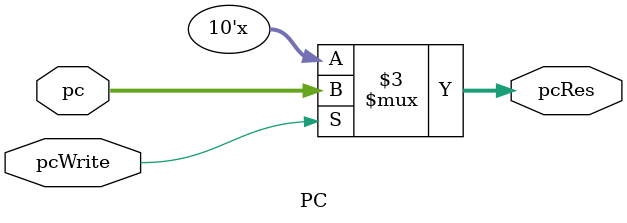
<source format=v>
`timescale 1ns/1ns

module PC(pc, pcWrite, pcRes);
  input[9:0] pc;
  input pcWrite;
  output reg[9:0] pcRes;
  
  always@(*) begin
    if(pcWrite)
      pcRes = pc;
  end
endmodule

</source>
